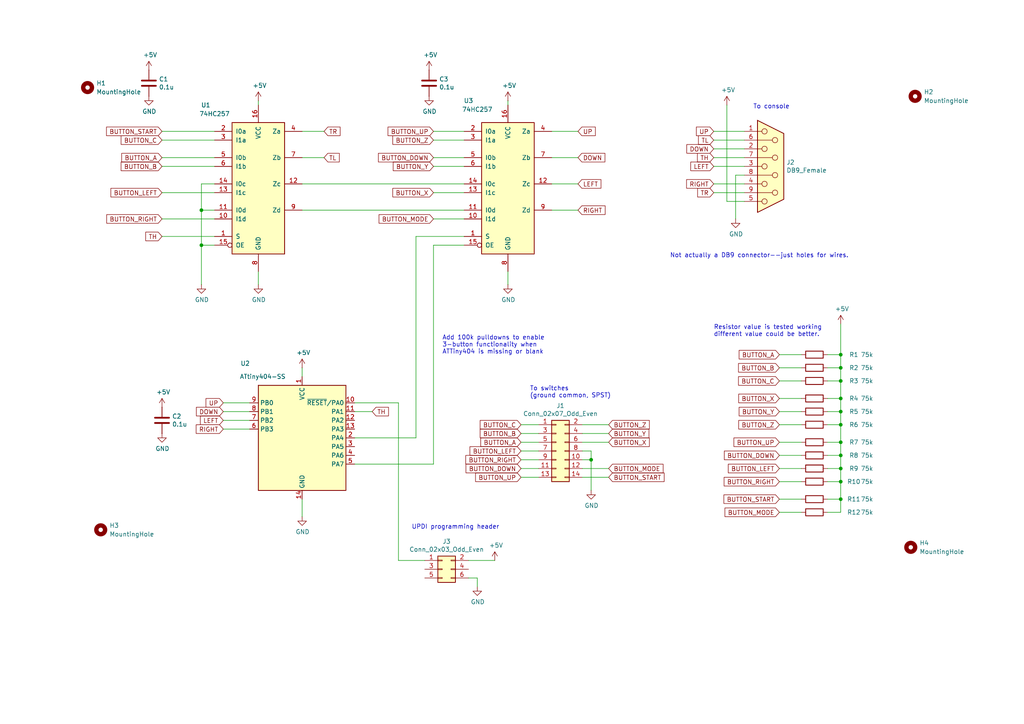
<source format=kicad_sch>
(kicad_sch (version 20250114) (generator "eeschema") (generator_version "9.0")
  (paper "A4")
  (lib_symbols
    (symbol "74xx:74LS257" (pin_names (offset 1.016))
      (property "Reference" "U" (at -7.62 19.05 0))
      (property "Value" "74LS257" (at -7.62 -21.59 0))
      (symbol "74LS257_1_0"
        (pin input line (at -12.7 15.24 0) (length 5.08) (name "I0a") (number "2"))
        (pin input line (at -12.7 12.7 0) (length 5.08) (name "I1a") (number "3"))
        (pin input line (at -12.7 7.62 0) (length 5.08) (name "I0b") (number "5"))
        (pin input line (at -12.7 5.08 0) (length 5.08) (name "I1b") (number "6"))
        (pin input line (at -12.7 0 0) (length 5.08) (name "I0c") (number "14"))
        (pin input line (at -12.7 -2.54 0) (length 5.08) (name "I1c") (number "13"))
        (pin input line (at -12.7 -7.62 0) (length 5.08) (name "I0d") (number "11"))
        (pin input line (at -12.7 -10.16 0) (length 5.08) (name "I1d") (number "10"))
        (pin input line (at -12.7 -15.24 0) (length 5.08) (name "S") (number "1"))
        (pin input inverted (at -12.7 -17.78 0) (length 5.08) (name "OE") (number "15"))
        (pin power_in line (at 0 22.86 270) (length 5.08) (name "VCC") (number "16"))
        (pin power_in line (at 0 -25.4 90) (length 5.08) (name "GND") (number "8"))
        (pin tri_state line (at 12.7 15.24 180) (length 5.08) (name "Za") (number "4"))
        (pin tri_state line (at 12.7 7.62 180) (length 5.08) (name "Zb") (number "7"))
        (pin tri_state line (at 12.7 0 180) (length 5.08) (name "Zc") (number "12"))
        (pin tri_state line (at 12.7 -7.62 180) (length 5.08) (name "Zd") (number "9"))
      )
      (symbol "74LS257_1_1"
        (rectangle (start -7.62 17.78) (end 7.62 -20.32) (stroke (width 0.254)) (fill (type background)))
      )
    )
    (symbol "Connector:DB9_Female" (pin_names (offset 1.016) (hide yes))
      (property "Reference" "J" (at 0 13.97 0))
      (property "Value" "Connector_DB9_Female" (at 0 -14.605 0))
      (symbol "DB9_Female_0_1"
        (polyline (pts (xy -3.81 13.335) (xy -3.81 -13.335) (xy 3.81 -9.525) (xy 3.81 9.525) (xy -3.81 13.335)) (stroke (width 0.254)) (fill (type background)))
        (polyline (pts (xy -3.81 10.16) (xy -2.54 10.16)))
        (polyline (pts (xy -3.81 7.62) (xy 0.508 7.62)))
        (polyline (pts (xy -3.81 5.08) (xy -2.54 5.08)))
        (polyline (pts (xy -3.81 2.54) (xy 0.508 2.54)))
        (polyline (pts (xy -3.81 0) (xy -2.54 0)))
        (polyline (pts (xy -3.81 -2.54) (xy 0.508 -2.54)))
        (polyline (pts (xy -3.81 -5.08) (xy -2.54 -5.08)))
        (polyline (pts (xy -3.81 -7.62) (xy 0.508 -7.62)))
        (polyline (pts (xy -3.81 -10.16) (xy -2.54 -10.16)))
        (circle (center -1.778 10.16) (radius 0.762))
        (circle (center -1.778 5.08) (radius 0.762))
        (circle (center -1.778 0) (radius 0.762))
        (circle (center -1.778 -5.08) (radius 0.762))
        (circle (center -1.778 -10.16) (radius 0.762))
        (circle (center 1.27 7.62) (radius 0.762))
        (circle (center 1.27 2.54) (radius 0.762))
        (circle (center 1.27 -2.54) (radius 0.762))
        (circle (center 1.27 -7.62) (radius 0.762))
      )
      (symbol "DB9_Female_1_1"
        (pin passive line (at -7.62 10.16 0) (length 3.81) (name "1") (number "1"))
        (pin passive line (at -7.62 7.62 0) (length 3.81) (name "6") (number "6"))
        (pin passive line (at -7.62 5.08 0) (length 3.81) (name "2") (number "2"))
        (pin passive line (at -7.62 2.54 0) (length 3.81) (name "7") (number "7"))
        (pin passive line (at -7.62 0 0) (length 3.81) (name "3") (number "3"))
        (pin passive line (at -7.62 -2.54 0) (length 3.81) (name "8") (number "8"))
        (pin passive line (at -7.62 -5.08 0) (length 3.81) (name "4") (number "4"))
        (pin passive line (at -7.62 -7.62 0) (length 3.81) (name "9") (number "9"))
        (pin passive line (at -7.62 -10.16 0) (length 3.81) (name "5") (number "5"))
      )
    )
    (symbol "Connector_Generic:Conn_02x03_Odd_Even" (pin_names (offset 1.016) (hide yes))
      (property "Reference" "J" (at 1.27 5.08 0))
      (property "Value" "Conn_02x03_Odd_Even" (at 1.27 -5.08 0))
      (symbol "Conn_02x03_Odd_Even_1_1"
        (rectangle (start -1.27 3.81) (end 3.81 -3.81) (stroke (width 0.254)) (fill (type background)))
        (rectangle (start -1.27 2.667) (end 0 2.413) (stroke (width 0.1524)))
        (rectangle (start -1.27 0.127) (end 0 -0.127) (stroke (width 0.1524)))
        (rectangle (start -1.27 -2.413) (end 0 -2.667) (stroke (width 0.1524)))
        (rectangle (start 3.81 2.667) (end 2.54 2.413) (stroke (width 0.1524)))
        (rectangle (start 3.81 0.127) (end 2.54 -0.127) (stroke (width 0.1524)))
        (rectangle (start 3.81 -2.413) (end 2.54 -2.667) (stroke (width 0.1524)))
        (pin passive line (at -5.08 2.54 0) (length 3.81) (name "Pin_1") (number "1"))
        (pin passive line (at -5.08 0 0) (length 3.81) (name "Pin_3") (number "3"))
        (pin passive line (at -5.08 -2.54 0) (length 3.81) (name "Pin_5") (number "5"))
        (pin passive line (at 7.62 2.54 180) (length 3.81) (name "Pin_2") (number "2"))
        (pin passive line (at 7.62 0 180) (length 3.81) (name "Pin_4") (number "4"))
        (pin passive line (at 7.62 -2.54 180) (length 3.81) (name "Pin_6") (number "6"))
      )
    )
    (symbol "Connector_Generic:Conn_02x07_Odd_Even" (pin_names (offset 1.016) (hide yes))
      (property "Reference" "J" (at 1.27 10.16 0))
      (property "Value" "Conn_02x07_Odd_Even" (at 1.27 -10.16 0))
      (symbol "Conn_02x07_Odd_Even_1_1"
        (rectangle (start -1.27 8.89) (end 3.81 -8.89) (stroke (width 0.254)) (fill (type background)))
        (rectangle (start -1.27 7.747) (end 0 7.493) (stroke (width 0.1524)))
        (rectangle (start -1.27 5.207) (end 0 4.953) (stroke (width 0.1524)))
        (rectangle (start -1.27 2.667) (end 0 2.413) (stroke (width 0.1524)))
        (rectangle (start -1.27 0.127) (end 0 -0.127) (stroke (width 0.1524)))
        (rectangle (start -1.27 -2.413) (end 0 -2.667) (stroke (width 0.1524)))
        (rectangle (start -1.27 -4.953) (end 0 -5.207) (stroke (width 0.1524)))
        (rectangle (start -1.27 -7.493) (end 0 -7.747) (stroke (width 0.1524)))
        (rectangle (start 3.81 7.747) (end 2.54 7.493) (stroke (width 0.1524)))
        (rectangle (start 3.81 5.207) (end 2.54 4.953) (stroke (width 0.1524)))
        (rectangle (start 3.81 2.667) (end 2.54 2.413) (stroke (width 0.1524)))
        (rectangle (start 3.81 0.127) (end 2.54 -0.127) (stroke (width 0.1524)))
        (rectangle (start 3.81 -2.413) (end 2.54 -2.667) (stroke (width 0.1524)))
        (rectangle (start 3.81 -4.953) (end 2.54 -5.207) (stroke (width 0.1524)))
        (rectangle (start 3.81 -7.493) (end 2.54 -7.747) (stroke (width 0.1524)))
        (pin passive line (at -5.08 7.62 0) (length 3.81) (name "Pin_1") (number "1"))
        (pin passive line (at -5.08 5.08 0) (length 3.81) (name "Pin_3") (number "3"))
        (pin passive line (at -5.08 2.54 0) (length 3.81) (name "Pin_5") (number "5"))
        (pin passive line (at -5.08 0 0) (length 3.81) (name "Pin_7") (number "7"))
        (pin passive line (at -5.08 -2.54 0) (length 3.81) (name "Pin_9") (number "9"))
        (pin passive line (at -5.08 -5.08 0) (length 3.81) (name "Pin_11") (number "11"))
        (pin passive line (at -5.08 -7.62 0) (length 3.81) (name "Pin_13") (number "13"))
        (pin passive line (at 7.62 7.62 180) (length 3.81) (name "Pin_2") (number "2"))
        (pin passive line (at 7.62 5.08 180) (length 3.81) (name "Pin_4") (number "4"))
        (pin passive line (at 7.62 2.54 180) (length 3.81) (name "Pin_6") (number "6"))
        (pin passive line (at 7.62 0 180) (length 3.81) (name "Pin_8") (number "8"))
        (pin passive line (at 7.62 -2.54 180) (length 3.81) (name "Pin_10") (number "10"))
        (pin passive line (at 7.62 -5.08 180) (length 3.81) (name "Pin_12") (number "12"))
        (pin passive line (at 7.62 -7.62 180) (length 3.81) (name "Pin_14") (number "14"))
      )
    )
    (symbol "Device:C" (pin_numbers (hide yes)) (pin_names (offset 0.254))
      (property "Reference" "C" (at 0.635 2.54 0))
      (property "Value" "C" (at 0.635 -2.54 0))
      (symbol "C_0_1"
        (polyline (pts (xy -2.032 0.762) (xy 2.032 0.762)) (stroke (width 0.508)))
        (polyline (pts (xy -2.032 -0.762) (xy 2.032 -0.762)) (stroke (width 0.508)))
      )
      (symbol "C_1_1"
        (pin passive line (at 0 3.81 270) (length 2.794) (name "~") (number "1"))
        (pin passive line (at 0 -3.81 90) (length 2.794) (name "~") (number "2"))
      )
    )
    (symbol "Device:R" (pin_numbers (hide yes)) (pin_names (offset 0))
      (property "Reference" "R" (at 2.032 0 90))
      (property "Value" "R" (at 0 0 90))
      (symbol "R_0_1"
        (rectangle (start -1.016 -2.54) (end 1.016 2.54) (stroke (width 0.254)))
      )
      (symbol "R_1_1"
        (pin passive line (at 0 3.81 270) (length 1.27) (name "~") (number "1"))
        (pin passive line (at 0 -3.81 90) (length 1.27) (name "~") (number "2"))
      )
    )
    (symbol "MCU_Microchip_ATtiny:ATtiny204-SS"
      (property "Reference" "U" (at -12.7 16.51 0))
      (property "Value" "ATtiny204-SS" (at 2.54 -16.51 0))
      (symbol "ATtiny204-SS_0_1"
        (rectangle (start -12.7 -15.24) (end 12.7 15.24) (stroke (width 0.254)) (fill (type background)))
      )
      (symbol "ATtiny204-SS_1_1"
        (pin bidirectional line (at -15.24 10.16 0) (length 2.54) (name "PB0") (number "9"))
        (pin bidirectional line (at -15.24 7.62 0) (length 2.54) (name "PB1") (number "8"))
        (pin bidirectional line (at -15.24 5.08 0) (length 2.54) (name "PB2") (number "7"))
        (pin bidirectional line (at -15.24 2.54 0) (length 2.54) (name "PB3") (number "6"))
        (pin power_in line (at 0 17.78 270) (length 2.54) (name "VCC") (number "1"))
        (pin power_in line (at 0 -17.78 90) (length 2.54) (name "GND") (number "14"))
        (pin bidirectional line (at 15.24 10.16 180) (length 2.54) (name "~{RESET}/PA0") (number "10"))
        (pin bidirectional line (at 15.24 7.62 180) (length 2.54) (name "PA1") (number "11"))
        (pin bidirectional line (at 15.24 5.08 180) (length 2.54) (name "PA2") (number "12"))
        (pin bidirectional line (at 15.24 2.54 180) (length 2.54) (name "PA3") (number "13"))
        (pin bidirectional line (at 15.24 0 180) (length 2.54) (name "PA4") (number "2"))
        (pin bidirectional line (at 15.24 -2.54 180) (length 2.54) (name "PA5") (number "3"))
        (pin bidirectional line (at 15.24 -5.08 180) (length 2.54) (name "PA6") (number "4"))
        (pin bidirectional line (at 15.24 -7.62 180) (length 2.54) (name "PA7") (number "5"))
      )
    )
    (symbol "Mechanical:MountingHole" (pin_names (offset 1.016)) (in_bom no)
      (property "Reference" "H" (at 0 5.08 0))
      (property "Value" "MountingHole" (at 0 3.175 0))
      (symbol "MountingHole_0_1"
        (circle (center 0 0) (radius 1.27) (stroke (width 1.27)))
      )
    )
    (symbol "power:+5V" (power) (pin_numbers (hide yes)) (pin_names (offset 0) (hide yes))
      (property "Value" "+5V" (at 0 3.556 0))
      (symbol "+5V_0_1"
        (polyline (pts (xy -0.762 1.27) (xy 0 2.54)))
        (polyline (pts (xy 0 2.54) (xy 0.762 1.27)))
        (polyline (pts (xy 0 0) (xy 0 2.54)))
      )
      (symbol "+5V_1_1"
        (pin power_in line (at 0 0 90) (length 0) (name "~") (number "1"))
      )
    )
    (symbol "power:GND" (power) (pin_numbers (hide yes)) (pin_names (offset 0) (hide yes))
      (property "Value" "GND" (at 0 -3.81 0))
      (symbol "GND_0_1"
        (polyline (pts (xy 0 0) (xy 0 -1.27) (xy 1.27 -1.27) (xy 0 -2.54) (xy -1.27 -1.27) (xy 0 -1.27)))
      )
      (symbol "GND_1_1"
        (pin power_in line (at 0 0 270) (length 0) (name "~") (number "1"))
      )
    )
  )
  (text "UPDI programming header" (at 119.38 153.67 0) (effects (font (size 1.27 1.27)) (justify left bottom)))
  (text "Add 100k pulldowns to enable\n3-button functionality when\nATTiny404 is missing or blank" (at 128.27 102.87 0) (effects (font (size 1.27 1.27)) (justify left bottom)))
  (text "To console" (at 218.44 31.75 0) (effects (font (size 1.27 1.27)) (justify left bottom)))
  (text "Not actually a DB9 connector--just holes for wires." (at 194.31 74.93 0) (effects (font (size 1.27 1.27)) (justify left bottom)))
  (text "To switches\n(ground common, SPST)" (at 153.67 115.57 0) (effects (font (size 1.27 1.27)) (justify left bottom)))
  (text "Resistor value is tested working\ndifferent value could be better." (at 207.01 97.79 0) (effects (font (size 1.27 1.27)) (justify left bottom)))
  (junction (at 243.84 135.89))
  (junction (at 243.84 110.49))
  (junction (at 58.42 71.12))
  (junction (at 58.42 60.96))
  (junction (at 243.84 132.08))
  (junction (at 171.45 133.35))
  (junction (at 243.84 115.57))
  (junction (at 243.84 106.68))
  (junction (at 243.84 144.78))
  (junction (at 243.84 128.27))
  (junction (at 243.84 123.19))
  (junction (at 243.84 102.87))
  (junction (at 243.84 119.38))
  (junction (at 243.84 139.7))
  (wire (pts (xy 46.99 63.5) (xy 62.23 63.5)))
  (wire (pts (xy 87.63 149.86) (xy 87.63 144.78)))
  (wire (pts (xy 151.13 128.27) (xy 156.21 128.27)))
  (wire (pts (xy 120.65 68.58) (xy 134.62 68.58)))
  (wire (pts (xy 240.03 128.27) (xy 243.84 128.27)))
  (wire (pts (xy 243.84 93.98) (xy 243.84 102.87)))
  (wire (pts (xy 147.32 29.21) (xy 147.32 30.48)))
  (wire (pts (xy 125.73 134.62) (xy 102.87 134.62)))
  (wire (pts (xy 240.03 106.68) (xy 243.84 106.68)))
  (wire (pts (xy 207.01 53.34) (xy 215.9 53.34)))
  (wire (pts (xy 138.43 167.64) (xy 138.43 170.18)))
  (wire (pts (xy 58.42 60.96) (xy 58.42 53.34)))
  (wire (pts (xy 210.82 58.42) (xy 210.82 30.48)))
  (wire (pts (xy 168.91 128.27) (xy 176.53 128.27)))
  (wire (pts (xy 46.99 48.26) (xy 62.23 48.26)))
  (wire (pts (xy 215.9 50.8) (xy 213.36 50.8)))
  (wire (pts (xy 151.13 135.89) (xy 156.21 135.89)))
  (wire (pts (xy 125.73 55.88) (xy 134.62 55.88)))
  (wire (pts (xy 102.87 116.84) (xy 115.57 116.84)))
  (wire (pts (xy 134.62 38.1) (xy 125.73 38.1)))
  (wire (pts (xy 115.57 116.84) (xy 115.57 162.56)))
  (wire (pts (xy 115.57 162.56) (xy 123.19 162.56)))
  (wire (pts (xy 151.13 125.73) (xy 156.21 125.73)))
  (wire (pts (xy 87.63 53.34) (xy 134.62 53.34)))
  (wire (pts (xy 64.77 119.38) (xy 72.39 119.38)))
  (wire (pts (xy 171.45 130.81) (xy 168.91 130.81)))
  (wire (pts (xy 160.02 60.96) (xy 167.64 60.96)))
  (wire (pts (xy 243.84 139.7) (xy 243.84 144.78)))
  (wire (pts (xy 125.73 71.12) (xy 125.73 134.62)))
  (wire (pts (xy 87.63 60.96) (xy 134.62 60.96)))
  (wire (pts (xy 125.73 48.26) (xy 134.62 48.26)))
  (wire (pts (xy 62.23 60.96) (xy 58.42 60.96)))
  (wire (pts (xy 207.01 43.18) (xy 215.9 43.18)))
  (wire (pts (xy 147.32 82.55) (xy 147.32 78.74)))
  (wire (pts (xy 215.9 58.42) (xy 210.82 58.42)))
  (wire (pts (xy 240.03 135.89) (xy 243.84 135.89)))
  (wire (pts (xy 240.03 132.08) (xy 243.84 132.08)))
  (wire (pts (xy 243.84 115.57) (xy 243.84 119.38)))
  (wire (pts (xy 151.13 133.35) (xy 156.21 133.35)))
  (wire (pts (xy 243.84 106.68) (xy 243.84 110.49)))
  (wire (pts (xy 168.91 138.43) (xy 176.53 138.43)))
  (wire (pts (xy 156.21 138.43) (xy 151.13 138.43)))
  (wire (pts (xy 58.42 71.12) (xy 58.42 60.96)))
  (wire (pts (xy 240.03 144.78) (xy 243.84 144.78)))
  (wire (pts (xy 232.41 119.38) (xy 226.06 119.38)))
  (wire (pts (xy 134.62 71.12) (xy 125.73 71.12)))
  (wire (pts (xy 87.63 38.1) (xy 93.98 38.1)))
  (wire (pts (xy 226.06 132.08) (xy 232.41 132.08)))
  (wire (pts (xy 160.02 38.1) (xy 167.64 38.1)))
  (wire (pts (xy 62.23 68.58) (xy 46.99 68.58)))
  (wire (pts (xy 232.41 115.57) (xy 226.06 115.57)))
  (wire (pts (xy 207.01 55.88) (xy 215.9 55.88)))
  (wire (pts (xy 243.84 148.59) (xy 240.03 148.59)))
  (wire (pts (xy 232.41 148.59) (xy 226.06 148.59)))
  (wire (pts (xy 240.03 102.87) (xy 243.84 102.87)))
  (wire (pts (xy 135.89 167.64) (xy 138.43 167.64)))
  (wire (pts (xy 151.13 130.81) (xy 156.21 130.81)))
  (wire (pts (xy 102.87 127) (xy 120.65 127)))
  (wire (pts (xy 226.06 102.87) (xy 232.41 102.87)))
  (wire (pts (xy 171.45 142.24) (xy 171.45 133.35)))
  (wire (pts (xy 151.13 123.19) (xy 156.21 123.19)))
  (wire (pts (xy 62.23 71.12) (xy 58.42 71.12)))
  (wire (pts (xy 46.99 55.88) (xy 62.23 55.88)))
  (wire (pts (xy 167.64 45.72) (xy 160.02 45.72)))
  (wire (pts (xy 213.36 50.8) (xy 213.36 63.5)))
  (wire (pts (xy 125.73 45.72) (xy 134.62 45.72)))
  (wire (pts (xy 143.51 162.56) (xy 135.89 162.56)))
  (wire (pts (xy 240.03 115.57) (xy 243.84 115.57)))
  (wire (pts (xy 240.03 110.49) (xy 243.84 110.49)))
  (wire (pts (xy 58.42 53.34) (xy 62.23 53.34)))
  (wire (pts (xy 74.93 78.74) (xy 74.93 82.55)))
  (wire (pts (xy 243.84 123.19) (xy 243.84 128.27)))
  (wire (pts (xy 207.01 38.1) (xy 215.9 38.1)))
  (wire (pts (xy 207.01 48.26) (xy 215.9 48.26)))
  (wire (pts (xy 168.91 125.73) (xy 176.53 125.73)))
  (wire (pts (xy 58.42 82.55) (xy 58.42 71.12)))
  (wire (pts (xy 232.41 110.49) (xy 226.06 110.49)))
  (wire (pts (xy 87.63 106.68) (xy 87.63 109.22)))
  (wire (pts (xy 226.06 135.89) (xy 232.41 135.89)))
  (wire (pts (xy 168.91 133.35) (xy 171.45 133.35)))
  (wire (pts (xy 232.41 106.68) (xy 226.06 106.68)))
  (wire (pts (xy 46.99 45.72) (xy 62.23 45.72)))
  (wire (pts (xy 64.77 121.92) (xy 72.39 121.92)))
  (wire (pts (xy 232.41 123.19) (xy 226.06 123.19)))
  (wire (pts (xy 168.91 135.89) (xy 176.53 135.89)))
  (wire (pts (xy 226.06 139.7) (xy 232.41 139.7)))
  (wire (pts (xy 125.73 63.5) (xy 134.62 63.5)))
  (wire (pts (xy 240.03 139.7) (xy 243.84 139.7)))
  (wire (pts (xy 243.84 144.78) (xy 243.84 148.59)))
  (wire (pts (xy 207.01 45.72) (xy 215.9 45.72)))
  (wire (pts (xy 171.45 133.35) (xy 171.45 130.81)))
  (wire (pts (xy 240.03 119.38) (xy 243.84 119.38)))
  (wire (pts (xy 87.63 45.72) (xy 93.98 45.72)))
  (wire (pts (xy 134.62 40.64) (xy 125.73 40.64)))
  (wire (pts (xy 167.64 53.34) (xy 160.02 53.34)))
  (wire (pts (xy 74.93 29.21) (xy 74.93 30.48)))
  (wire (pts (xy 168.91 123.19) (xy 176.53 123.19)))
  (wire (pts (xy 226.06 144.78) (xy 232.41 144.78)))
  (wire (pts (xy 243.84 135.89) (xy 243.84 139.7)))
  (wire (pts (xy 243.84 132.08) (xy 243.84 135.89)))
  (wire (pts (xy 240.03 123.19) (xy 243.84 123.19)))
  (wire (pts (xy 243.84 110.49) (xy 243.84 115.57)))
  (wire (pts (xy 120.65 127) (xy 120.65 68.58)))
  (wire (pts (xy 207.01 40.64) (xy 215.9 40.64)))
  (wire (pts (xy 226.06 128.27) (xy 232.41 128.27)))
  (wire (pts (xy 46.99 40.64) (xy 62.23 40.64)))
  (wire (pts (xy 46.99 38.1) (xy 62.23 38.1)))
  (wire (pts (xy 243.84 128.27) (xy 243.84 132.08)))
  (wire (pts (xy 243.84 102.87) (xy 243.84 106.68)))
  (wire (pts (xy 72.39 116.84) (xy 64.77 116.84)))
  (wire (pts (xy 72.39 124.46) (xy 64.77 124.46)))
  (wire (pts (xy 243.84 119.38) (xy 243.84 123.19)))
  (wire (pts (xy 107.95 119.38) (xy 102.87 119.38)))
  (global_label "BUTTON_B" (shape input) (at 226.06 106.68 180) (property "Intersheetrefs" "${INTERSHEET_REFS}" (effects (hide yes))))
  (global_label "BUTTON_MODE" (shape input) (at 176.53 135.89 0) (property "Intersheetrefs" "${INTERSHEET_REFS}" (effects (hide yes))))
  (global_label "TL" (shape input) (at 93.98 45.72 0) (property "Intersheetrefs" "${INTERSHEET_REFS}" (effects (hide yes))))
  (global_label "LEFT" (shape input) (at 207.01 48.26 180) (property "Intersheetrefs" "${INTERSHEET_REFS}" (effects (hide yes))))
  (global_label "BUTTON_RIGHT" (shape input) (at 226.06 139.7 180) (property "Intersheetrefs" "${INTERSHEET_REFS}" (effects (hide yes))))
  (global_label "BUTTON_A" (shape input) (at 226.06 102.87 180) (property "Intersheetrefs" "${INTERSHEET_REFS}" (effects (hide yes))))
  (global_label "BUTTON_Z" (shape input) (at 125.73 40.64 180) (property "Intersheetrefs" "${INTERSHEET_REFS}" (effects (hide yes))))
  (global_label "BUTTON_Y" (shape input) (at 226.06 119.38 180) (property "Intersheetrefs" "${INTERSHEET_REFS}" (effects (hide yes))))
  (global_label "BUTTON_A" (shape input) (at 46.99 45.72 180) (property "Intersheetrefs" "${INTERSHEET_REFS}" (effects (hide yes))))
  (global_label "DOWN" (shape input) (at 64.77 119.38 180) (property "Intersheetrefs" "${INTERSHEET_REFS}" (effects (hide yes))))
  (global_label "BUTTON_LEFT" (shape input) (at 226.06 135.89 180) (property "Intersheetrefs" "${INTERSHEET_REFS}" (effects (hide yes))))
  (global_label "BUTTON_START" (shape input) (at 226.06 144.78 180) (property "Intersheetrefs" "${INTERSHEET_REFS}" (effects (hide yes))))
  (global_label "LEFT" (shape input) (at 167.64 53.34 0) (property "Intersheetrefs" "${INTERSHEET_REFS}" (effects (hide yes))))
  (global_label "UP" (shape input) (at 64.77 116.84 180) (property "Intersheetrefs" "${INTERSHEET_REFS}" (effects (hide yes))))
  (global_label "LEFT" (shape input) (at 64.77 121.92 180) (property "Intersheetrefs" "${INTERSHEET_REFS}" (effects (hide yes))))
  (global_label "RIGHT" (shape input) (at 64.77 124.46 180) (property "Intersheetrefs" "${INTERSHEET_REFS}" (effects (hide yes))))
  (global_label "BUTTON_A" (shape input) (at 151.13 128.27 180) (property "Intersheetrefs" "${INTERSHEET_REFS}" (effects (hide yes))))
  (global_label "BUTTON_MODE" (shape input) (at 226.06 148.59 180) (property "Intersheetrefs" "${INTERSHEET_REFS}" (effects (hide yes))))
  (global_label "BUTTON_START" (shape input) (at 46.99 38.1 180) (property "Intersheetrefs" "${INTERSHEET_REFS}" (effects (hide yes))))
  (global_label "BUTTON_UP" (shape input) (at 125.73 38.1 180) (property "Intersheetrefs" "${INTERSHEET_REFS}" (effects (hide yes))))
  (global_label "BUTTON_B" (shape input) (at 46.99 48.26 180) (property "Intersheetrefs" "${INTERSHEET_REFS}" (effects (hide yes))))
  (global_label "BUTTON_UP" (shape input) (at 226.06 128.27 180) (property "Intersheetrefs" "${INTERSHEET_REFS}" (effects (hide yes))))
  (global_label "TH" (shape input) (at 107.95 119.38 0) (property "Intersheetrefs" "${INTERSHEET_REFS}" (effects (hide yes))))
  (global_label "BUTTON_Z" (shape input) (at 176.53 123.19 0) (property "Intersheetrefs" "${INTERSHEET_REFS}" (effects (hide yes))))
  (global_label "RIGHT" (shape input) (at 167.64 60.96 0) (property "Intersheetrefs" "${INTERSHEET_REFS}" (effects (hide yes))))
  (global_label "TR" (shape input) (at 207.01 55.88 180) (property "Intersheetrefs" "${INTERSHEET_REFS}" (effects (hide yes))))
  (global_label "BUTTON_X" (shape input) (at 176.53 128.27 0) (property "Intersheetrefs" "${INTERSHEET_REFS}" (effects (hide yes))))
  (global_label "DOWN" (shape input) (at 207.01 43.18 180) (property "Intersheetrefs" "${INTERSHEET_REFS}" (effects (hide yes))))
  (global_label "TL" (shape input) (at 207.01 40.64 180) (property "Intersheetrefs" "${INTERSHEET_REFS}" (effects (hide yes))))
  (global_label "BUTTON_LEFT" (shape input) (at 46.99 55.88 180) (property "Intersheetrefs" "${INTERSHEET_REFS}" (effects (hide yes))))
  (global_label "BUTTON_DOWN" (shape input) (at 125.73 45.72 180) (property "Intersheetrefs" "${INTERSHEET_REFS}" (effects (hide yes))))
  (global_label "TH" (shape input) (at 46.99 68.58 180) (property "Intersheetrefs" "${INTERSHEET_REFS}" (effects (hide yes))))
  (global_label "DOWN" (shape input) (at 167.64 45.72 0) (property "Intersheetrefs" "${INTERSHEET_REFS}" (effects (hide yes))))
  (global_label "BUTTON_LEFT" (shape input) (at 151.13 130.81 180) (property "Intersheetrefs" "${INTERSHEET_REFS}" (effects (hide yes))))
  (global_label "BUTTON_START" (shape input) (at 176.53 138.43 0) (property "Intersheetrefs" "${INTERSHEET_REFS}" (effects (hide yes))))
  (global_label "BUTTON_RIGHT" (shape input) (at 46.99 63.5 180) (property "Intersheetrefs" "${INTERSHEET_REFS}" (effects (hide yes))))
  (global_label "BUTTON_RIGHT" (shape input) (at 151.13 133.35 180) (property "Intersheetrefs" "${INTERSHEET_REFS}" (effects (hide yes))))
  (global_label "BUTTON_Y" (shape input) (at 176.53 125.73 0) (property "Intersheetrefs" "${INTERSHEET_REFS}" (effects (hide yes))))
  (global_label "TR" (shape input) (at 93.98 38.1 0) (property "Intersheetrefs" "${INTERSHEET_REFS}" (effects (hide yes))))
  (global_label "BUTTON_C" (shape input) (at 226.06 110.49 180) (property "Intersheetrefs" "${INTERSHEET_REFS}" (effects (hide yes))))
  (global_label "BUTTON_UP" (shape input) (at 151.13 138.43 180) (property "Intersheetrefs" "${INTERSHEET_REFS}" (effects (hide yes))))
  (global_label "RIGHT" (shape input) (at 207.01 53.34 180) (property "Intersheetrefs" "${INTERSHEET_REFS}" (effects (hide yes))))
  (global_label "BUTTON_X" (shape input) (at 125.73 55.88 180) (property "Intersheetrefs" "${INTERSHEET_REFS}" (effects (hide yes))))
  (global_label "BUTTON_C" (shape input) (at 151.13 123.19 180) (property "Intersheetrefs" "${INTERSHEET_REFS}" (effects (hide yes))))
  (global_label "BUTTON_DOWN" (shape input) (at 226.06 132.08 180) (property "Intersheetrefs" "${INTERSHEET_REFS}" (effects (hide yes))))
  (global_label "BUTTON_Y" (shape input) (at 125.73 48.26 180) (property "Intersheetrefs" "${INTERSHEET_REFS}" (effects (hide yes))))
  (global_label "BUTTON_MODE" (shape input) (at 125.73 63.5 180) (property "Intersheetrefs" "${INTERSHEET_REFS}" (effects (hide yes))))
  (global_label "BUTTON_DOWN" (shape input) (at 151.13 135.89 180) (property "Intersheetrefs" "${INTERSHEET_REFS}" (effects (hide yes))))
  (global_label "UP" (shape input) (at 207.01 38.1 180) (property "Intersheetrefs" "${INTERSHEET_REFS}" (effects (hide yes))))
  (global_label "BUTTON_X" (shape input) (at 226.06 115.57 180) (property "Intersheetrefs" "${INTERSHEET_REFS}" (effects (hide yes))))
  (global_label "TH" (shape input) (at 207.01 45.72 180) (property "Intersheetrefs" "${INTERSHEET_REFS}" (effects (hide yes))))
  (global_label "BUTTON_C" (shape input) (at 46.99 40.64 180) (property "Intersheetrefs" "${INTERSHEET_REFS}" (effects (hide yes))))
  (global_label "BUTTON_Z" (shape input) (at 226.06 123.19 180) (property "Intersheetrefs" "${INTERSHEET_REFS}" (effects (hide yes))))
  (global_label "UP" (shape input) (at 167.64 38.1 0) (property "Intersheetrefs" "${INTERSHEET_REFS}" (effects (hide yes))))
  (global_label "BUTTON_B" (shape input) (at 151.13 125.73 180) (property "Intersheetrefs" "${INTERSHEET_REFS}" (effects (hide yes))))
  (symbol (lib_id "74xx:74LS257") (at 74.93 53.34 0) (unit 1)
    (property "Reference" "U1" (at 59.69 30.48 0))
    (property "Value" "74HC257" (at 62.23 33.02 0))
    (property "Footprint" "Package_SO:SOIC-16_3.9x9.9mm_P1.27mm" (effects (hide yes)))
    (property "Datasheet" "http://www.ti.com/lit/gpn/sn74LS257" (effects (hide yes)))
  )
  (symbol (lib_id "74xx:74LS257") (at 147.32 53.34 0) (unit 1)
    (property "Reference" "U3" (at 135.89 29.21 0))
    (property "Value" "74HC257" (at 138.43 31.75 0))
    (property "Footprint" "Package_SO:SOIC-16_3.9x9.9mm_P1.27mm" (effects (hide yes)))
    (property "Datasheet" "http://www.ti.com/lit/gpn/sn74LS257" (effects (hide yes)))
  )
  (symbol (lib_id "power:GND") (at 58.42 82.55 0) (unit 1)
    (property "Reference" "#PWR0107" (effects (hide yes)))
    (property "Value" "GND" (at 58.547 86.9442 0))
  )
  (symbol (lib_id "Connector_Generic:Conn_02x03_Odd_Even") (at 128.27 165.1 0) (unit 1)
    (property "Reference" "J3" (at 129.54 157.0482 0))
    (property "Value" "Conn_02x03_Odd_Even" (at 129.54 159.3596 0))
    (property "Footprint" "Connector_IDC:IDC-Header_2x03_P2.54mm_Vertical" (effects (hide yes)))
  )
  (symbol (lib_id "power:GND") (at 74.93 82.55 0) (unit 1)
    (property "Reference" "#PWR0106" (effects (hide yes)))
    (property "Value" "GND" (at 75.057 86.9442 0))
  )
  (symbol (lib_id "Connector:DB9_Female") (at 223.52 48.26 0) (unit 1)
    (property "Reference" "J2" (at 228.092 47.0916 0) (effects (justify left)))
    (property "Value" "DB9_Female" (at 228.092 49.403 0) (effects (justify left)))
    (property "Footprint" "Connector_PinHeader_2.54mm:PinHeader_1x09_P2.54mm_Vertical" (effects (hide yes)))
  )
  (symbol (lib_id "power:+5V") (at 143.51 162.56 0) (unit 1)
    (property "Reference" "#PWR0118" (effects (hide yes)))
    (property "Value" "+5V" (at 143.891 158.1658 0))
  )
  (symbol (lib_id "power:GND") (at 213.36 63.5 0) (unit 1)
    (property "Reference" "#PWR0105" (effects (hide yes)))
    (property "Value" "GND" (at 213.487 67.8942 0))
  )
  (symbol (lib_id "power:+5V") (at 74.93 29.21 0) (unit 1)
    (property "Reference" "#PWR0104" (effects (hide yes)))
    (property "Value" "+5V" (at 75.311 24.8158 0))
  )
  (symbol (lib_id "power:+5V") (at 210.82 30.48 0) (unit 1)
    (property "Reference" "#PWR0103" (effects (hide yes)))
    (property "Value" "+5V" (at 211.201 26.0858 0))
  )
  (symbol (lib_id "power:GND") (at 147.32 82.55 0) (unit 1)
    (property "Reference" "#PWR0101" (effects (hide yes)))
    (property "Value" "GND" (at 147.447 86.9442 0))
  )
  (symbol (lib_id "power:GND") (at 138.43 170.18 0) (unit 1)
    (property "Reference" "#PWR0119" (effects (hide yes)))
    (property "Value" "GND" (at 138.557 174.5742 0))
  )
  (symbol (lib_id "power:+5V") (at 147.32 29.21 0) (unit 1)
    (property "Reference" "#PWR0102" (effects (hide yes)))
    (property "Value" "+5V" (at 147.701 24.8158 0))
  )
  (symbol (lib_id "power:GND") (at 87.63 149.86 0) (unit 1)
    (property "Reference" "#PWR0108" (effects (hide yes)))
    (property "Value" "GND" (at 87.757 154.2542 0))
  )
  (symbol (lib_id "power:+5V") (at 87.63 106.68 0) (unit 1)
    (property "Reference" "#PWR0109" (effects (hide yes)))
    (property "Value" "+5V" (at 88.011 102.2858 0))
  )
  (symbol (lib_id "MCU_Microchip_ATtiny:ATtiny204-SS") (at 87.63 127 0) (unit 1)
    (property "Reference" "U2" (at 71.12 105.41 0))
    (property "Value" "ATtiny404-SS" (at 76.2 109.22 0))
    (property "Footprint" "Package_SO:SOIC-14_3.9x8.7mm_P1.27mm" (effects (hide yes)))
    (property "Datasheet" "http://ww1.microchip.com/downloads/en/DeviceDoc/50002687A.pdf" (effects (hide yes)))
  )
  (symbol (lib_id "Device:R") (at 236.22 102.87 270) (unit 1)
    (property "Reference" "R1" (at 247.65 102.87 90))
    (property "Value" "75k" (at 251.46 102.87 90))
    (property "Footprint" "Resistor_SMD:R_0805_2012Metric" (effects (hide yes)))
  )
  (symbol (lib_id "Device:R") (at 236.22 106.68 270) (unit 1)
    (property "Reference" "R2" (at 247.65 106.68 90))
    (property "Value" "75k" (at 251.46 106.68 90))
    (property "Footprint" "Resistor_SMD:R_0805_2012Metric" (effects (hide yes)))
  )
  (symbol (lib_id "Device:R") (at 236.22 110.49 270) (unit 1)
    (property "Reference" "R3" (at 247.65 110.49 90))
    (property "Value" "75k" (at 251.46 110.49 90))
    (property "Footprint" "Resistor_SMD:R_0805_2012Metric" (effects (hide yes)))
  )
  (symbol (lib_id "Device:R") (at 236.22 115.57 270) (unit 1)
    (property "Reference" "R4" (at 247.65 115.57 90))
    (property "Value" "75k" (at 251.46 115.57 90))
    (property "Footprint" "Resistor_SMD:R_0805_2012Metric" (effects (hide yes)))
  )
  (symbol (lib_id "Device:R") (at 236.22 119.38 270) (unit 1)
    (property "Reference" "R5" (at 247.65 119.38 90))
    (property "Value" "75k" (at 251.46 119.38 90))
    (property "Footprint" "Resistor_SMD:R_0805_2012Metric" (effects (hide yes)))
  )
  (symbol (lib_id "Device:R") (at 236.22 123.19 270) (unit 1)
    (property "Reference" "R6" (at 247.65 123.19 90))
    (property "Value" "75k" (at 251.46 123.19 90))
    (property "Footprint" "Resistor_SMD:R_0805_2012Metric" (effects (hide yes)))
  )
  (symbol (lib_id "Device:R") (at 236.22 128.27 270) (unit 1)
    (property "Reference" "R7" (at 247.65 128.27 90))
    (property "Value" "75k" (at 251.46 128.27 90))
    (property "Footprint" "Resistor_SMD:R_0805_2012Metric" (effects (hide yes)))
  )
  (symbol (lib_id "Device:R") (at 236.22 132.08 270) (unit 1)
    (property "Reference" "R8" (at 247.65 132.08 90))
    (property "Value" "75k" (at 251.46 132.08 90))
    (property "Footprint" "Resistor_SMD:R_0805_2012Metric" (effects (hide yes)))
  )
  (symbol (lib_id "Device:R") (at 236.22 135.89 270) (unit 1)
    (property "Reference" "R9" (at 247.65 135.89 90))
    (property "Value" "75k" (at 251.46 135.89 90))
    (property "Footprint" "Resistor_SMD:R_0805_2012Metric" (effects (hide yes)))
  )
  (symbol (lib_id "Device:R") (at 236.22 139.7 270) (unit 1)
    (property "Reference" "R10" (at 247.65 139.7 90))
    (property "Value" "75k" (at 251.46 139.7 90))
    (property "Footprint" "Resistor_SMD:R_0805_2012Metric" (effects (hide yes)))
  )
  (symbol (lib_id "Device:R") (at 236.22 144.78 270) (unit 1)
    (property "Reference" "R11" (at 247.65 144.78 90))
    (property "Value" "75k" (at 251.46 144.78 90))
    (property "Footprint" "Resistor_SMD:R_0805_2012Metric" (effects (hide yes)))
  )
  (symbol (lib_id "Device:R") (at 236.22 148.59 270) (unit 1)
    (property "Reference" "R12" (at 247.65 148.59 90))
    (property "Value" "75k" (at 251.46 148.59 90))
    (property "Footprint" "Resistor_SMD:R_0805_2012Metric" (effects (hide yes)))
  )
  (symbol (lib_id "power:+5V") (at 243.84 93.98 0) (unit 1)
    (property "Reference" "#PWR0110" (effects (hide yes)))
    (property "Value" "+5V" (at 244.221 89.5858 0))
  )
  (symbol (lib_id "Connector_Generic:Conn_02x07_Odd_Even") (at 161.29 130.81 0) (unit 1)
    (property "Reference" "J1" (at 162.56 117.6782 0))
    (property "Value" "Conn_02x07_Odd_Even" (at 162.56 119.9896 0))
    (property "Footprint" "Connector_IDC:IDC-Header_2x07_P2.54mm_Vertical" (effects (hide yes)))
  )
  (symbol (lib_id "power:GND") (at 171.45 142.24 0) (unit 1)
    (property "Reference" "#PWR0111" (effects (hide yes)))
    (property "Value" "GND" (at 171.577 146.6342 0))
  )
  (symbol (lib_id "Device:C") (at 43.18 24.13 0) (unit 1)
    (property "Reference" "C1" (at 46.101 22.9616 0) (effects (justify left)))
    (property "Value" "0.1u" (at 46.101 25.273 0) (effects (justify left)))
    (property "Footprint" "Capacitor_SMD:C_0805_2012Metric" (effects (hide yes)))
  )
  (symbol (lib_id "power:+5V") (at 43.18 20.32 0) (unit 1)
    (property "Reference" "#PWR0112" (effects (hide yes)))
    (property "Value" "+5V" (at 43.561 15.9258 0))
  )
  (symbol (lib_id "power:GND") (at 43.18 27.94 0) (unit 1)
    (property "Reference" "#PWR0113" (effects (hide yes)))
    (property "Value" "GND" (at 43.307 32.3342 0))
  )
  (symbol (lib_id "Device:C") (at 124.46 24.13 0) (unit 1)
    (property "Reference" "C3" (at 127.381 22.9616 0) (effects (justify left)))
    (property "Value" "0.1u" (at 127.381 25.273 0) (effects (justify left)))
    (property "Footprint" "Capacitor_SMD:C_0805_2012Metric" (effects (hide yes)))
  )
  (symbol (lib_id "power:+5V") (at 124.46 20.32 0) (unit 1)
    (property "Reference" "#PWR0114" (effects (hide yes)))
    (property "Value" "+5V" (at 124.841 15.9258 0))
  )
  (symbol (lib_id "power:GND") (at 124.46 27.94 0) (unit 1)
    (property "Reference" "#PWR0115" (effects (hide yes)))
    (property "Value" "GND" (at 124.587 32.3342 0))
  )
  (symbol (lib_id "Device:C") (at 46.99 121.92 0) (unit 1)
    (property "Reference" "C2" (at 49.911 120.7516 0) (effects (justify left)))
    (property "Value" "0.1u" (at 49.911 123.063 0) (effects (justify left)))
    (property "Footprint" "Capacitor_SMD:C_0805_2012Metric" (effects (hide yes)))
  )
  (symbol (lib_id "power:+5V") (at 46.99 118.11 0) (unit 1)
    (property "Reference" "#PWR0116" (effects (hide yes)))
    (property "Value" "+5V" (at 47.371 113.7158 0))
  )
  (symbol (lib_id "power:GND") (at 46.99 125.73 0) (unit 1)
    (property "Reference" "#PWR0117" (effects (hide yes)))
    (property "Value" "GND" (at 47.117 130.1242 0))
  )
  (symbol (lib_id "Mechanical:MountingHole") (at 265.43 27.94 0) (unit 1) (in_bom no)
    (property "Reference" "H2" (at 267.97 26.6699 0) (effects (justify left)))
    (property "Value" "MountingHole" (at 267.97 29.2099 0) (effects (justify left)))
    (property "Footprint" "MountingHole:MountingHole_2.2mm_M2" (effects (hide yes)))
    (property "Description" "Mounting Hole without connection" (effects (hide yes)))
  )
  (symbol (lib_id "Mechanical:MountingHole") (at 264.16 158.75 0) (unit 1) (in_bom no)
    (property "Reference" "H4" (at 266.7 157.4799 0) (effects (justify left)))
    (property "Value" "MountingHole" (at 266.7 160.0199 0) (effects (justify left)))
    (property "Footprint" "MountingHole:MountingHole_2.2mm_M2" (effects (hide yes)))
    (property "Description" "Mounting Hole without connection" (effects (hide yes)))
  )
  (symbol (lib_id "Mechanical:MountingHole") (at 25.4 25.4 0) (unit 1) (in_bom no)
    (property "Reference" "H1" (at 27.94 24.1299 0) (effects (justify left)))
    (property "Value" "MountingHole" (at 27.94 26.6699 0) (effects (justify left)))
    (property "Footprint" "MountingHole:MountingHole_2.2mm_M2" (effects (hide yes)))
    (property "Description" "Mounting Hole without connection" (effects (hide yes)))
  )
  (symbol (lib_id "Mechanical:MountingHole") (at 29.21 153.67 0) (unit 1) (in_bom no)
    (property "Reference" "H3" (at 31.75 152.3999 0) (effects (justify left)))
    (property "Value" "MountingHole" (at 31.75 154.9399 0) (effects (justify left)))
    (property "Footprint" "MountingHole:MountingHole_2.2mm_M2" (effects (hide yes)))
    (property "Description" "Mounting Hole without connection" (effects (hide yes)))
  )
)
</source>
